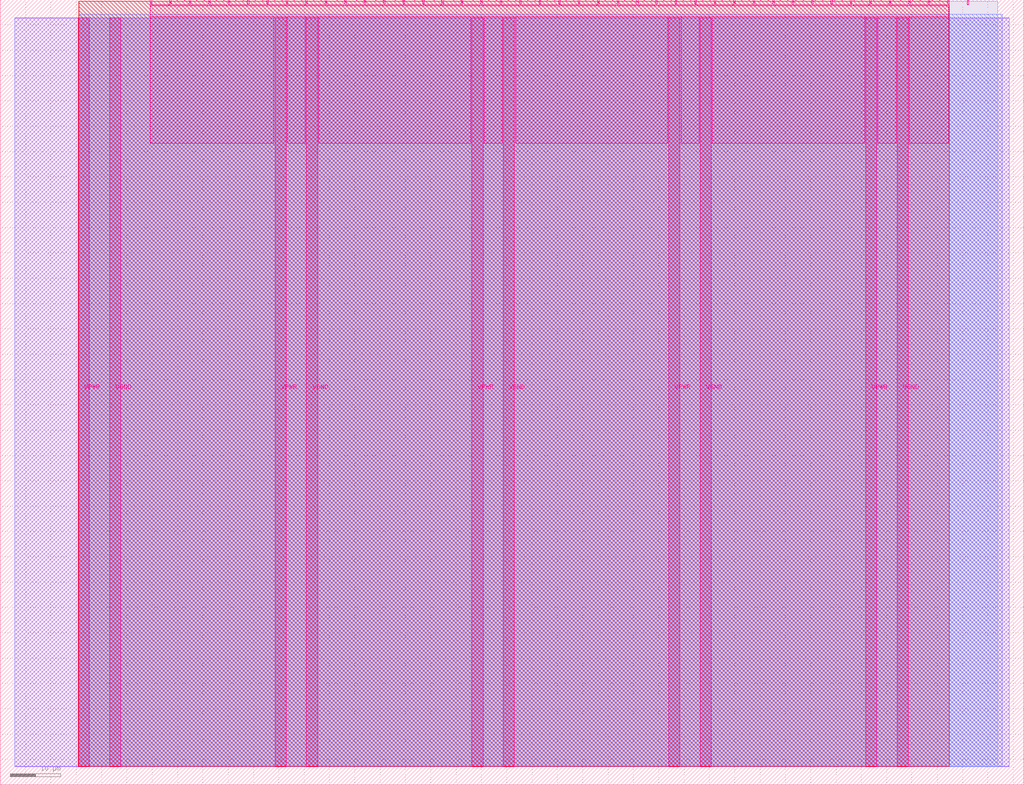
<source format=lef>
VERSION 5.7 ;
  NOWIREEXTENSIONATPIN ON ;
  DIVIDERCHAR "/" ;
  BUSBITCHARS "[]" ;
MACRO tt_um_cellular_alchemist
  CLASS BLOCK ;
  FOREIGN tt_um_cellular_alchemist ;
  ORIGIN 0.000 0.000 ;
  SIZE 202.080 BY 154.980 ;
  PIN VGND
    DIRECTION INOUT ;
    USE GROUND ;
    PORT
      LAYER Metal5 ;
        RECT 21.580 3.560 23.780 151.420 ;
    END
    PORT
      LAYER Metal5 ;
        RECT 60.450 3.560 62.650 151.420 ;
    END
    PORT
      LAYER Metal5 ;
        RECT 99.320 3.560 101.520 151.420 ;
    END
    PORT
      LAYER Metal5 ;
        RECT 138.190 3.560 140.390 151.420 ;
    END
    PORT
      LAYER Metal5 ;
        RECT 177.060 3.560 179.260 151.420 ;
    END
  END VGND
  PIN VPWR
    DIRECTION INOUT ;
    USE POWER ;
    PORT
      LAYER Metal5 ;
        RECT 15.380 3.560 17.580 151.420 ;
    END
    PORT
      LAYER Metal5 ;
        RECT 54.250 3.560 56.450 151.420 ;
    END
    PORT
      LAYER Metal5 ;
        RECT 93.120 3.560 95.320 151.420 ;
    END
    PORT
      LAYER Metal5 ;
        RECT 131.990 3.560 134.190 151.420 ;
    END
    PORT
      LAYER Metal5 ;
        RECT 170.860 3.560 173.060 151.420 ;
    END
  END VPWR
  PIN clk
    DIRECTION INPUT ;
    USE SIGNAL ;
    ANTENNAGATEAREA 0.213200 ;
    PORT
      LAYER Metal5 ;
        RECT 187.050 153.980 187.350 154.980 ;
    END
  END clk
  PIN ena
    DIRECTION INPUT ;
    USE SIGNAL ;
    PORT
      LAYER Metal5 ;
        RECT 190.890 153.980 191.190 154.980 ;
    END
  END ena
  PIN rst_n
    DIRECTION INPUT ;
    USE SIGNAL ;
    ANTENNAGATEAREA 0.213200 ;
    PORT
      LAYER Metal5 ;
        RECT 183.210 153.980 183.510 154.980 ;
    END
  END rst_n
  PIN ui_in[0]
    DIRECTION INPUT ;
    USE SIGNAL ;
    ANTENNAGATEAREA 0.213200 ;
    PORT
      LAYER Metal5 ;
        RECT 179.370 153.980 179.670 154.980 ;
    END
  END ui_in[0]
  PIN ui_in[1]
    DIRECTION INPUT ;
    USE SIGNAL ;
    PORT
      LAYER Metal5 ;
        RECT 175.530 153.980 175.830 154.980 ;
    END
  END ui_in[1]
  PIN ui_in[2]
    DIRECTION INPUT ;
    USE SIGNAL ;
    PORT
      LAYER Metal5 ;
        RECT 171.690 153.980 171.990 154.980 ;
    END
  END ui_in[2]
  PIN ui_in[3]
    DIRECTION INPUT ;
    USE SIGNAL ;
    PORT
      LAYER Metal5 ;
        RECT 167.850 153.980 168.150 154.980 ;
    END
  END ui_in[3]
  PIN ui_in[4]
    DIRECTION INPUT ;
    USE SIGNAL ;
    PORT
      LAYER Metal5 ;
        RECT 164.010 153.980 164.310 154.980 ;
    END
  END ui_in[4]
  PIN ui_in[5]
    DIRECTION INPUT ;
    USE SIGNAL ;
    PORT
      LAYER Metal5 ;
        RECT 160.170 153.980 160.470 154.980 ;
    END
  END ui_in[5]
  PIN ui_in[6]
    DIRECTION INPUT ;
    USE SIGNAL ;
    PORT
      LAYER Metal5 ;
        RECT 156.330 153.980 156.630 154.980 ;
    END
  END ui_in[6]
  PIN ui_in[7]
    DIRECTION INPUT ;
    USE SIGNAL ;
    PORT
      LAYER Metal5 ;
        RECT 152.490 153.980 152.790 154.980 ;
    END
  END ui_in[7]
  PIN uio_in[0]
    DIRECTION INPUT ;
    USE SIGNAL ;
    ANTENNAGATEAREA 0.180700 ;
    PORT
      LAYER Metal5 ;
        RECT 148.650 153.980 148.950 154.980 ;
    END
  END uio_in[0]
  PIN uio_in[1]
    DIRECTION INPUT ;
    USE SIGNAL ;
    ANTENNAGATEAREA 0.180700 ;
    PORT
      LAYER Metal5 ;
        RECT 144.810 153.980 145.110 154.980 ;
    END
  END uio_in[1]
  PIN uio_in[2]
    DIRECTION INPUT ;
    USE SIGNAL ;
    ANTENNAGATEAREA 0.180700 ;
    PORT
      LAYER Metal5 ;
        RECT 140.970 153.980 141.270 154.980 ;
    END
  END uio_in[2]
  PIN uio_in[3]
    DIRECTION INPUT ;
    USE SIGNAL ;
    ANTENNAGATEAREA 0.180700 ;
    PORT
      LAYER Metal5 ;
        RECT 137.130 153.980 137.430 154.980 ;
    END
  END uio_in[3]
  PIN uio_in[4]
    DIRECTION INPUT ;
    USE SIGNAL ;
    PORT
      LAYER Metal5 ;
        RECT 133.290 153.980 133.590 154.980 ;
    END
  END uio_in[4]
  PIN uio_in[5]
    DIRECTION INPUT ;
    USE SIGNAL ;
    PORT
      LAYER Metal5 ;
        RECT 129.450 153.980 129.750 154.980 ;
    END
  END uio_in[5]
  PIN uio_in[6]
    DIRECTION INPUT ;
    USE SIGNAL ;
    PORT
      LAYER Metal5 ;
        RECT 125.610 153.980 125.910 154.980 ;
    END
  END uio_in[6]
  PIN uio_in[7]
    DIRECTION INPUT ;
    USE SIGNAL ;
    PORT
      LAYER Metal5 ;
        RECT 121.770 153.980 122.070 154.980 ;
    END
  END uio_in[7]
  PIN uio_oe[0]
    DIRECTION OUTPUT ;
    USE SIGNAL ;
    ANTENNADIFFAREA 0.299200 ;
    PORT
      LAYER Metal5 ;
        RECT 56.490 153.980 56.790 154.980 ;
    END
  END uio_oe[0]
  PIN uio_oe[1]
    DIRECTION OUTPUT ;
    USE SIGNAL ;
    ANTENNADIFFAREA 0.299200 ;
    PORT
      LAYER Metal5 ;
        RECT 52.650 153.980 52.950 154.980 ;
    END
  END uio_oe[1]
  PIN uio_oe[2]
    DIRECTION OUTPUT ;
    USE SIGNAL ;
    ANTENNADIFFAREA 0.299200 ;
    PORT
      LAYER Metal5 ;
        RECT 48.810 153.980 49.110 154.980 ;
    END
  END uio_oe[2]
  PIN uio_oe[3]
    DIRECTION OUTPUT ;
    USE SIGNAL ;
    ANTENNADIFFAREA 0.299200 ;
    PORT
      LAYER Metal5 ;
        RECT 44.970 153.980 45.270 154.980 ;
    END
  END uio_oe[3]
  PIN uio_oe[4]
    DIRECTION OUTPUT ;
    USE SIGNAL ;
    ANTENNADIFFAREA 0.392700 ;
    PORT
      LAYER Metal5 ;
        RECT 41.130 153.980 41.430 154.980 ;
    END
  END uio_oe[4]
  PIN uio_oe[5]
    DIRECTION OUTPUT ;
    USE SIGNAL ;
    ANTENNADIFFAREA 0.392700 ;
    PORT
      LAYER Metal5 ;
        RECT 37.290 153.980 37.590 154.980 ;
    END
  END uio_oe[5]
  PIN uio_oe[6]
    DIRECTION OUTPUT ;
    USE SIGNAL ;
    ANTENNADIFFAREA 0.392700 ;
    PORT
      LAYER Metal5 ;
        RECT 33.450 153.980 33.750 154.980 ;
    END
  END uio_oe[6]
  PIN uio_oe[7]
    DIRECTION OUTPUT ;
    USE SIGNAL ;
    ANTENNADIFFAREA 0.392700 ;
    PORT
      LAYER Metal5 ;
        RECT 29.610 153.980 29.910 154.980 ;
    END
  END uio_oe[7]
  PIN uio_out[0]
    DIRECTION OUTPUT ;
    USE SIGNAL ;
    ANTENNADIFFAREA 0.299200 ;
    PORT
      LAYER Metal5 ;
        RECT 87.210 153.980 87.510 154.980 ;
    END
  END uio_out[0]
  PIN uio_out[1]
    DIRECTION OUTPUT ;
    USE SIGNAL ;
    ANTENNADIFFAREA 0.299200 ;
    PORT
      LAYER Metal5 ;
        RECT 83.370 153.980 83.670 154.980 ;
    END
  END uio_out[1]
  PIN uio_out[2]
    DIRECTION OUTPUT ;
    USE SIGNAL ;
    ANTENNADIFFAREA 0.299200 ;
    PORT
      LAYER Metal5 ;
        RECT 79.530 153.980 79.830 154.980 ;
    END
  END uio_out[2]
  PIN uio_out[3]
    DIRECTION OUTPUT ;
    USE SIGNAL ;
    ANTENNADIFFAREA 0.299200 ;
    PORT
      LAYER Metal5 ;
        RECT 75.690 153.980 75.990 154.980 ;
    END
  END uio_out[3]
  PIN uio_out[4]
    DIRECTION OUTPUT ;
    USE SIGNAL ;
    ANTENNAGATEAREA 0.289900 ;
    ANTENNADIFFAREA 0.632400 ;
    PORT
      LAYER Metal5 ;
        RECT 71.850 153.980 72.150 154.980 ;
    END
  END uio_out[4]
  PIN uio_out[5]
    DIRECTION OUTPUT ;
    USE SIGNAL ;
    ANTENNAGATEAREA 0.351000 ;
    ANTENNADIFFAREA 0.632400 ;
    PORT
      LAYER Metal5 ;
        RECT 68.010 153.980 68.310 154.980 ;
    END
  END uio_out[5]
  PIN uio_out[6]
    DIRECTION OUTPUT ;
    USE SIGNAL ;
    ANTENNAGATEAREA 0.388200 ;
    ANTENNADIFFAREA 0.632400 ;
    PORT
      LAYER Metal5 ;
        RECT 64.170 153.980 64.470 154.980 ;
    END
  END uio_out[6]
  PIN uio_out[7]
    DIRECTION OUTPUT ;
    USE SIGNAL ;
    ANTENNAGATEAREA 0.351000 ;
    ANTENNADIFFAREA 0.632400 ;
    PORT
      LAYER Metal5 ;
        RECT 60.330 153.980 60.630 154.980 ;
    END
  END uio_out[7]
  PIN uo_out[0]
    DIRECTION OUTPUT ;
    USE SIGNAL ;
    ANTENNAGATEAREA 0.289900 ;
    ANTENNADIFFAREA 0.632400 ;
    PORT
      LAYER Metal5 ;
        RECT 117.930 153.980 118.230 154.980 ;
    END
  END uo_out[0]
  PIN uo_out[1]
    DIRECTION OUTPUT ;
    USE SIGNAL ;
    ANTENNAGATEAREA 0.351000 ;
    ANTENNADIFFAREA 0.632400 ;
    PORT
      LAYER Metal5 ;
        RECT 114.090 153.980 114.390 154.980 ;
    END
  END uo_out[1]
  PIN uo_out[2]
    DIRECTION OUTPUT ;
    USE SIGNAL ;
    ANTENNAGATEAREA 0.109200 ;
    ANTENNADIFFAREA 0.632400 ;
    PORT
      LAYER Metal5 ;
        RECT 110.250 153.980 110.550 154.980 ;
    END
  END uo_out[2]
  PIN uo_out[3]
    DIRECTION OUTPUT ;
    USE SIGNAL ;
    ANTENNADIFFAREA 0.299200 ;
    PORT
      LAYER Metal5 ;
        RECT 106.410 153.980 106.710 154.980 ;
    END
  END uo_out[3]
  PIN uo_out[4]
    DIRECTION OUTPUT ;
    USE SIGNAL ;
    ANTENNADIFFAREA 0.299200 ;
    PORT
      LAYER Metal5 ;
        RECT 102.570 153.980 102.870 154.980 ;
    END
  END uo_out[4]
  PIN uo_out[5]
    DIRECTION OUTPUT ;
    USE SIGNAL ;
    ANTENNADIFFAREA 0.632400 ;
    PORT
      LAYER Metal5 ;
        RECT 98.730 153.980 99.030 154.980 ;
    END
  END uo_out[5]
  PIN uo_out[6]
    DIRECTION OUTPUT ;
    USE SIGNAL ;
    ANTENNADIFFAREA 0.632400 ;
    PORT
      LAYER Metal5 ;
        RECT 94.890 153.980 95.190 154.980 ;
    END
  END uo_out[6]
  PIN uo_out[7]
    DIRECTION OUTPUT ;
    USE SIGNAL ;
    ANTENNADIFFAREA 0.632400 ;
    PORT
      LAYER Metal5 ;
        RECT 91.050 153.980 91.350 154.980 ;
    END
  END uo_out[7]
  OBS
      LAYER GatPoly ;
        RECT 2.880 3.630 199.200 151.350 ;
      LAYER Metal1 ;
        RECT 2.880 3.560 199.200 151.420 ;
      LAYER Metal2 ;
        RECT 15.515 3.680 197.860 152.140 ;
      LAYER Metal3 ;
        RECT 15.560 3.635 196.900 154.705 ;
      LAYER Metal4 ;
        RECT 15.515 3.680 187.345 154.660 ;
      LAYER Metal5 ;
        RECT 30.120 153.770 33.240 153.980 ;
        RECT 33.960 153.770 37.080 153.980 ;
        RECT 37.800 153.770 40.920 153.980 ;
        RECT 41.640 153.770 44.760 153.980 ;
        RECT 45.480 153.770 48.600 153.980 ;
        RECT 49.320 153.770 52.440 153.980 ;
        RECT 53.160 153.770 56.280 153.980 ;
        RECT 57.000 153.770 60.120 153.980 ;
        RECT 60.840 153.770 63.960 153.980 ;
        RECT 64.680 153.770 67.800 153.980 ;
        RECT 68.520 153.770 71.640 153.980 ;
        RECT 72.360 153.770 75.480 153.980 ;
        RECT 76.200 153.770 79.320 153.980 ;
        RECT 80.040 153.770 83.160 153.980 ;
        RECT 83.880 153.770 87.000 153.980 ;
        RECT 87.720 153.770 90.840 153.980 ;
        RECT 91.560 153.770 94.680 153.980 ;
        RECT 95.400 153.770 98.520 153.980 ;
        RECT 99.240 153.770 102.360 153.980 ;
        RECT 103.080 153.770 106.200 153.980 ;
        RECT 106.920 153.770 110.040 153.980 ;
        RECT 110.760 153.770 113.880 153.980 ;
        RECT 114.600 153.770 117.720 153.980 ;
        RECT 118.440 153.770 121.560 153.980 ;
        RECT 122.280 153.770 125.400 153.980 ;
        RECT 126.120 153.770 129.240 153.980 ;
        RECT 129.960 153.770 133.080 153.980 ;
        RECT 133.800 153.770 136.920 153.980 ;
        RECT 137.640 153.770 140.760 153.980 ;
        RECT 141.480 153.770 144.600 153.980 ;
        RECT 145.320 153.770 148.440 153.980 ;
        RECT 149.160 153.770 152.280 153.980 ;
        RECT 153.000 153.770 156.120 153.980 ;
        RECT 156.840 153.770 159.960 153.980 ;
        RECT 160.680 153.770 163.800 153.980 ;
        RECT 164.520 153.770 167.640 153.980 ;
        RECT 168.360 153.770 171.480 153.980 ;
        RECT 172.200 153.770 175.320 153.980 ;
        RECT 176.040 153.770 179.160 153.980 ;
        RECT 179.880 153.770 183.000 153.980 ;
        RECT 183.720 153.770 186.840 153.980 ;
        RECT 29.660 151.630 187.300 153.770 ;
        RECT 29.660 126.695 54.040 151.630 ;
        RECT 56.660 126.695 60.240 151.630 ;
        RECT 62.860 126.695 92.910 151.630 ;
        RECT 95.530 126.695 99.110 151.630 ;
        RECT 101.730 126.695 131.780 151.630 ;
        RECT 134.400 126.695 137.980 151.630 ;
        RECT 140.600 126.695 170.650 151.630 ;
        RECT 173.270 126.695 176.850 151.630 ;
        RECT 179.470 126.695 187.300 151.630 ;
  END
END tt_um_cellular_alchemist
END LIBRARY


</source>
